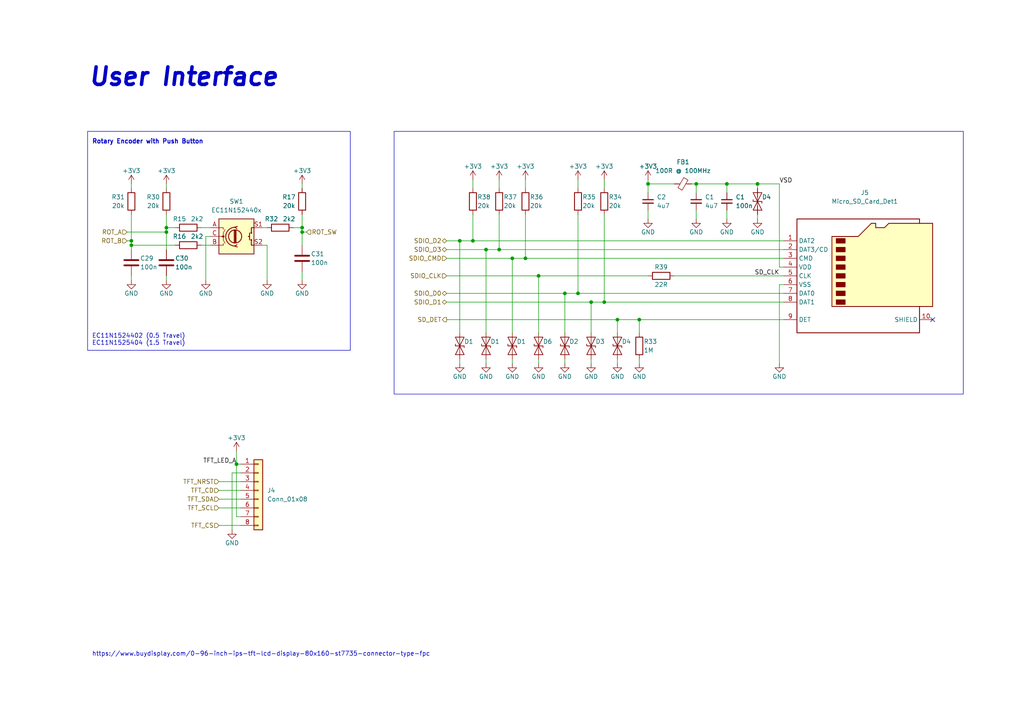
<source format=kicad_sch>
(kicad_sch (version 20230121) (generator eeschema)
  (paper "A4")
  (title_block (title "USBC-PowerSwitcher") (date "2023-08-26") (rev "R0") (company "s-grundner"))
  (lib_symbols
    (symbol "Connector:Micro_SD_Card_Det1"
      (property "Reference" "J" (at -16.51 17.78 0))
      (property "Value" "Micro_SD_Card_Det1" (at 16.51 17.78 0))
      (property "LCSC Part #" "C428492" (at 0 0 0))
      (symbol "Micro_SD_Card_Det1_0_1"
        (rectangle (start -7.62 -6.985) (end -5.08 -8.255) (stroke (width 0.254)) (fill (type outline)))
        (rectangle (start -7.62 -4.445) (end -5.08 -5.715) (stroke (width 0.254)) (fill (type outline)))
        (rectangle (start -7.62 -1.905) (end -5.08 -3.175) (stroke (width 0.254)) (fill (type outline)))
        (rectangle (start -7.62 0.635) (end -5.08 -0.635) (stroke (width 0.254)) (fill (type outline)))
        (rectangle (start -7.62 3.175) (end -5.08 1.905) (stroke (width 0.254)) (fill (type outline)))
        (rectangle (start -7.62 5.715) (end -5.08 4.445) (stroke (width 0.254)) (fill (type outline)))
        (rectangle (start -7.62 8.255) (end -5.08 6.985) (stroke (width 0.254)) (fill (type outline)))
        (rectangle (start -7.62 10.795) (end -5.08 9.525) (stroke (width 0.254)) (fill (type outline)))
        (polyline (pts (xy 16.51 15.24) (xy 16.51 16.51) (xy -19.05 16.51) (xy -19.05 -16.51) (xy 16.51 -16.51) (xy 16.51 -8.89)) (stroke (width 0.254)))
        (polyline (pts (xy -8.89 -8.89) (xy -8.89 11.43) (xy -1.27 11.43) (xy 2.54 15.24) (xy 3.81 15.24) (xy 3.81 13.97) (xy 6.35 13.97) (xy 7.62 15.24) (xy 20.32 15.24) (xy 20.32 -8.89) (xy -8.89 -8.89)) (stroke (width 0.254)) (fill (type background)))
      )
      (symbol "Micro_SD_Card_Det1_1_1"
        (pin bidirectional line (at -22.86 10.16 0) (length 3.81) (name "DAT2") (number "1"))
        (pin passive line (at 20.32 -12.7 180) (length 3.81) (name "SHIELD") (number "10"))
        (pin bidirectional line (at -22.86 7.62 0) (length 3.81) (name "DAT3/CD") (number "2"))
        (pin input line (at -22.86 5.08 0) (length 3.81) (name "CMD") (number "3"))
        (pin power_in line (at -22.86 2.54 0) (length 3.81) (name "VDD") (number "4"))
        (pin input line (at -22.86 0 0) (length 3.81) (name "CLK") (number "5"))
        (pin power_in line (at -22.86 -2.54 0) (length 3.81) (name "VSS") (number "6"))
        (pin bidirectional line (at -22.86 -5.08 0) (length 3.81) (name "DAT0") (number "7"))
        (pin bidirectional line (at -22.86 -7.62 0) (length 3.81) (name "DAT1") (number "8"))
        (pin passive line (at -22.86 -12.7 0) (length 3.81) (name "DET") (number "9"))
      )
    )
    (symbol "Connector_Generic:Conn_01x08" (pin_names (offset 1.016) hide)
      (property "Reference" "J" (at 0 10.16 0))
      (property "Value" "Conn_01x08" (at 0 -12.7 0))
      (symbol "Conn_01x08_1_1"
        (rectangle (start -1.27 -10.033) (end 0 -10.287) (stroke (width 0.1524)))
        (rectangle (start -1.27 -7.493) (end 0 -7.747) (stroke (width 0.1524)))
        (rectangle (start -1.27 -4.953) (end 0 -5.207) (stroke (width 0.1524)))
        (rectangle (start -1.27 -2.413) (end 0 -2.667) (stroke (width 0.1524)))
        (rectangle (start -1.27 0.127) (end 0 -0.127) (stroke (width 0.1524)))
        (rectangle (start -1.27 2.667) (end 0 2.413) (stroke (width 0.1524)))
        (rectangle (start -1.27 5.207) (end 0 4.953) (stroke (width 0.1524)))
        (rectangle (start -1.27 7.747) (end 0 7.493) (stroke (width 0.1524)))
        (rectangle (start -1.27 8.89) (end 1.27 -11.43) (stroke (width 0.254)) (fill (type background)))
        (pin passive line (at -5.08 7.62 0) (length 3.81) (name "Pin_1") (number "1"))
        (pin passive line (at -5.08 5.08 0) (length 3.81) (name "Pin_2") (number "2"))
        (pin passive line (at -5.08 2.54 0) (length 3.81) (name "Pin_3") (number "3"))
        (pin passive line (at -5.08 0 0) (length 3.81) (name "Pin_4") (number "4"))
        (pin passive line (at -5.08 -2.54 0) (length 3.81) (name "Pin_5") (number "5"))
        (pin passive line (at -5.08 -5.08 0) (length 3.81) (name "Pin_6") (number "6"))
        (pin passive line (at -5.08 -7.62 0) (length 3.81) (name "Pin_7") (number "7"))
        (pin passive line (at -5.08 -10.16 0) (length 3.81) (name "Pin_8") (number "8"))
      )
    )
    (symbol "Device:C" (pin_numbers hide) (pin_names (offset 0.254))
      (property "Reference" "C" (at 0.635 2.54 0))
      (property "Value" "C" (at 0.635 -2.54 0))
      (symbol "C_0_1"
        (polyline (pts (xy -2.032 -0.762) (xy 2.032 -0.762)) (stroke (width 0.508)))
        (polyline (pts (xy -2.032 0.762) (xy 2.032 0.762)) (stroke (width 0.508)))
      )
      (symbol "C_1_1"
        (pin passive line (at 0 3.81 270) (length 2.794) (name "~") (number "1"))
        (pin passive line (at 0 -3.81 90) (length 2.794) (name "~") (number "2"))
      )
    )
    (symbol "Device:C_Small" (pin_numbers hide) (pin_names (offset 0.254) hide)
      (property "Reference" "C" (at 0.254 1.778 0))
      (property "Value" "C_Small" (at 0.254 -2.032 0))
      (symbol "C_Small_0_1"
        (polyline (pts (xy -1.524 -0.508) (xy 1.524 -0.508)) (stroke (width 0.3302)))
        (polyline (pts (xy -1.524 0.508) (xy 1.524 0.508)) (stroke (width 0.3048)))
      )
      (symbol "C_Small_1_1"
        (pin passive line (at 0 2.54 270) (length 2.032) (name "~") (number "1"))
        (pin passive line (at 0 -2.54 90) (length 2.032) (name "~") (number "2"))
      )
    )
    (symbol "Device:FerriteBead_Small" (pin_numbers hide) (pin_names (offset 0))
      (property "Reference" "FB" (at 1.905 1.27 0))
      (property "Value" "FerriteBead_Small" (at 1.905 -1.27 0))
      (symbol "FerriteBead_Small_0_1"
        (polyline (pts (xy 0 -1.27) (xy 0 -0.7874)))
        (polyline (pts (xy 0 0.889) (xy 0 1.2954)))
        (polyline (pts (xy -1.8288 0.2794) (xy -1.1176 1.4986) (xy 1.8288 -0.2032) (xy 1.1176 -1.4224) (xy -1.8288 0.2794)))
      )
      (symbol "FerriteBead_Small_1_1"
        (pin passive line (at 0 2.54 270) (length 1.27) (name "~") (number "1"))
        (pin passive line (at 0 -2.54 90) (length 1.27) (name "~") (number "2"))
      )
    )
    (symbol "Device:R" (pin_numbers hide) (pin_names (offset 0))
      (property "Reference" "R" (at 2.032 0 90))
      (property "Value" "R" (at 0 0 90))
      (symbol "R_0_1"
        (rectangle (start -1.016 -2.54) (end 1.016 2.54) (stroke (width 0.254)))
      )
      (symbol "R_1_1"
        (pin passive line (at 0 3.81 270) (length 1.27) (name "~") (number "1"))
        (pin passive line (at 0 -3.81 90) (length 1.27) (name "~") (number "2"))
      )
    )
    (symbol "Device:RotaryEncoder_Switch" (pin_names (offset 0.254) hide)
      (property "Reference" "SW" (at 0 6.604 0))
      (property "Value" "RotaryEncoder_Switch" (at 0 -6.604 0))
      (symbol "RotaryEncoder_Switch_0_1"
        (rectangle (start -5.08 5.08) (end 5.08 -5.08) (stroke (width 0.254)) (fill (type background)))
        (circle (center -3.81 0) (radius 0.254) (fill (type outline)))
        (circle (center -0.381 0) (radius 1.905) (stroke (width 0.254)))
        (arc (start -0.381 2.667) (mid -3.0988 -0.0635) (end -0.381 -2.794) (stroke (width 0.254)))
        (polyline (pts (xy -0.635 -1.778) (xy -0.635 1.778)) (stroke (width 0.254)))
        (polyline (pts (xy -0.381 -1.778) (xy -0.381 1.778)) (stroke (width 0.254)))
        (polyline (pts (xy -0.127 1.778) (xy -0.127 -1.778)) (stroke (width 0.254)))
        (polyline (pts (xy 3.81 0) (xy 3.429 0)) (stroke (width 0.254)))
        (polyline (pts (xy 3.81 1.016) (xy 3.81 -1.016)) (stroke (width 0.254)))
        (polyline (pts (xy -5.08 -2.54) (xy -3.81 -2.54) (xy -3.81 -2.032)))
        (polyline (pts (xy -5.08 2.54) (xy -3.81 2.54) (xy -3.81 2.032)))
        (polyline (pts (xy 0.254 -3.048) (xy -0.508 -2.794) (xy 0.127 -2.413)) (stroke (width 0.254)))
        (polyline (pts (xy 0.254 2.921) (xy -0.508 2.667) (xy 0.127 2.286)) (stroke (width 0.254)))
        (polyline (pts (xy 5.08 -2.54) (xy 4.318 -2.54) (xy 4.318 -1.016)) (stroke (width 0.254)))
        (polyline (pts (xy 5.08 2.54) (xy 4.318 2.54) (xy 4.318 1.016)) (stroke (width 0.254)))
        (polyline (pts (xy -5.08 0) (xy -3.81 0) (xy -3.81 -1.016) (xy -3.302 -2.032)))
        (polyline (pts (xy -4.318 0) (xy -3.81 0) (xy -3.81 1.016) (xy -3.302 2.032)))
        (circle (center 4.318 -1.016) (radius 0.127) (stroke (width 0.254)))
        (circle (center 4.318 1.016) (radius 0.127) (stroke (width 0.254)))
      )
      (symbol "RotaryEncoder_Switch_1_1"
        (pin passive line (at -7.62 2.54 0) (length 2.54) (name "A") (number "A"))
        (pin passive line (at -7.62 -2.54 0) (length 2.54) (name "B") (number "B"))
        (pin passive line (at -7.62 0 0) (length 2.54) (name "C") (number "C"))
        (pin passive line (at 7.62 2.54 180) (length 2.54) (name "S1") (number "S1"))
        (pin passive line (at 7.62 -2.54 180) (length 2.54) (name "S2") (number "S2"))
      )
    )
    (symbol "Diode:ESD9B3.3ST5G" (pin_numbers hide) (pin_names (offset 1.016) hide)
      (property "Reference" "D" (at 0 2.54 0))
      (property "Value" "ESD9B3.3ST5G" (at 0 -2.54 0))
      (symbol "ESD9B3.3ST5G_0_1"
        (polyline (pts (xy 1.27 0) (xy -1.27 0)))
        (polyline (pts (xy -2.54 -1.27) (xy 0 0) (xy -2.54 1.27) (xy -2.54 -1.27)) (stroke (width 0.2032)))
        (polyline (pts (xy 0.508 1.27) (xy 0 1.27) (xy 0 -1.27) (xy -0.508 -1.27)) (stroke (width 0.2032)))
        (polyline (pts (xy 2.54 1.27) (xy 2.54 -1.27) (xy 0 0) (xy 2.54 1.27)) (stroke (width 0.2032)))
      )
      (symbol "ESD9B3.3ST5G_1_1"
        (pin passive line (at -3.81 0 0) (length 2.54) (name "A1") (number "1"))
        (pin passive line (at 3.81 0 180) (length 2.54) (name "A2") (number "2"))
      )
    )
    (symbol "power:+3V3" (power) (pin_names (offset 0))
      (property "Value" "+3V3" (at 0 3.556 0))
      (symbol "+3V3_0_1"
        (polyline (pts (xy -0.762 1.27) (xy 0 2.54)))
        (polyline (pts (xy 0 0) (xy 0 2.54)))
        (polyline (pts (xy 0 2.54) (xy 0.762 1.27)))
      )
      (symbol "+3V3_1_1"
        (pin power_in line (at 0 0 90) (length 0) hide (name "+3V3") (number "1"))
      )
    )
    (symbol "power:GND" (power) (pin_names (offset 0))
      (property "Value" "GND" (at 0 -3.81 0))
      (symbol "GND_0_1"
        (polyline (pts (xy 0 0) (xy 0 -1.27) (xy 1.27 -1.27) (xy 0 -2.54) (xy -1.27 -1.27) (xy 0 -1.27)))
      )
      (symbol "GND_1_1"
        (pin power_in line (at 0 0 270) (length 0) hide (name "GND") (number "1"))
      )
    )
  )
  (junction (at 152.4 74.93))
  (junction (at 187.96 53.34))
  (junction (at 87.63 66.04))
  (junction (at 140.97 72.39))
  (junction (at 210.82 53.34))
  (junction (at 38.1 71.12))
  (junction (at 219.71 53.34))
  (junction (at 175.26 87.63))
  (junction (at 38.1 69.85))
  (junction (at 137.16 69.85))
  (junction (at 179.07 92.71))
  (junction (at 48.26 66.04))
  (junction (at 87.63 67.31))
  (junction (at 163.83 85.09))
  (junction (at 171.45 87.63))
  (junction (at 48.26 67.31))
  (junction (at 144.78 72.39))
  (junction (at 167.64 85.09))
  (junction (at 148.59 74.93))
  (junction (at 185.42 92.71))
  (junction (at 156.21 80.01))
  (junction (at 68.58 134.62))
  (junction (at 133.35 69.85))
  (junction (at 201.93 53.34))
  (no_connect (at 270.51 92.71))
  (wire (pts (xy 219.71 63.5) (xy 219.71 62.23)))
  (wire (pts (xy 137.16 62.23) (xy 137.16 69.85)))
  (wire (pts (xy 185.42 92.71) (xy 185.42 96.52)))
  (wire (pts (xy 76.2 66.04) (xy 77.47 66.04)))
  (wire (pts (xy 179.07 105.41) (xy 179.07 104.14)))
  (wire (pts (xy 163.83 85.09) (xy 163.83 96.52)))
  (wire (pts (xy 167.64 62.23) (xy 167.64 85.09)))
  (wire (pts (xy 48.26 81.28) (xy 48.26 80.01)))
  (wire (pts (xy 129.54 72.39) (xy 140.97 72.39)))
  (wire (pts (xy 38.1 62.23) (xy 38.1 69.85)))
  (wire (pts (xy 48.26 66.04) (xy 50.8 66.04)))
  (wire (pts (xy 87.63 66.04) (xy 87.63 62.23)))
  (wire (pts (xy 175.26 62.23) (xy 175.26 87.63)))
  (wire (pts (xy 219.71 53.34) (xy 226.06 53.34)))
  (wire (pts (xy 87.63 67.31) (xy 87.63 71.12)))
  (wire (pts (xy 129.54 80.01) (xy 156.21 80.01)))
  (wire (pts (xy 210.82 53.34) (xy 210.82 55.88)))
  (wire (pts (xy 129.54 69.85) (xy 133.35 69.85)))
  (wire (pts (xy 187.96 60.96) (xy 187.96 63.5)))
  (wire (pts (xy 171.45 87.63) (xy 175.26 87.63)))
  (wire (pts (xy 227.33 82.55) (xy 226.06 82.55)))
  (wire (pts (xy 226.06 77.47) (xy 226.06 53.34)))
  (wire (pts (xy 69.85 149.86) (xy 68.58 149.86)))
  (wire (pts (xy 36.83 67.31) (xy 48.26 67.31)))
  (wire (pts (xy 69.85 137.16) (xy 67.31 137.16)))
  (wire (pts (xy 129.54 74.93) (xy 148.59 74.93)))
  (wire (pts (xy 38.1 71.12) (xy 50.8 71.12)))
  (wire (pts (xy 210.82 53.34) (xy 219.71 53.34)))
  (wire (pts (xy 167.64 85.09) (xy 227.33 85.09)))
  (wire (pts (xy 187.96 53.34) (xy 187.96 55.88)))
  (wire (pts (xy 148.59 74.93) (xy 148.59 96.52)))
  (wire (pts (xy 63.5 147.32) (xy 69.85 147.32)))
  (wire (pts (xy 63.5 144.78) (xy 69.85 144.78)))
  (wire (pts (xy 227.33 77.47) (xy 226.06 77.47)))
  (wire (pts (xy 129.54 87.63) (xy 171.45 87.63)))
  (wire (pts (xy 69.85 134.62) (xy 68.58 134.62)))
  (wire (pts (xy 140.97 72.39) (xy 144.78 72.39)))
  (wire (pts (xy 140.97 72.39) (xy 140.97 96.52)))
  (wire (pts (xy 59.69 68.58) (xy 59.69 81.28)))
  (wire (pts (xy 210.82 60.96) (xy 210.82 63.5)))
  (wire (pts (xy 48.26 53.34) (xy 48.26 54.61)))
  (wire (pts (xy 219.71 53.34) (xy 219.71 54.61)))
  (wire (pts (xy 77.47 81.28) (xy 77.47 71.12)))
  (wire (pts (xy 187.96 52.07) (xy 187.96 53.34)))
  (wire (pts (xy 129.54 85.09) (xy 163.83 85.09)))
  (wire (pts (xy 129.54 92.71) (xy 179.07 92.71)))
  (wire (pts (xy 156.21 80.01) (xy 187.96 80.01)))
  (wire (pts (xy 63.5 152.4) (xy 69.85 152.4)))
  (wire (pts (xy 167.64 52.07) (xy 167.64 54.61)))
  (wire (pts (xy 58.42 66.04) (xy 60.96 66.04)))
  (wire (pts (xy 226.06 82.55) (xy 226.06 105.41)))
  (wire (pts (xy 68.58 130.81) (xy 68.58 134.62)))
  (wire (pts (xy 201.93 55.88) (xy 201.93 53.34)))
  (wire (pts (xy 133.35 69.85) (xy 133.35 96.52)))
  (wire (pts (xy 140.97 105.41) (xy 140.97 104.14)))
  (wire (pts (xy 179.07 92.71) (xy 185.42 92.71)))
  (wire (pts (xy 68.58 149.86) (xy 68.58 134.62)))
  (wire (pts (xy 60.96 68.58) (xy 59.69 68.58)))
  (wire (pts (xy 133.35 105.41) (xy 133.35 104.14)))
  (wire (pts (xy 200.66 53.34) (xy 201.93 53.34)))
  (wire (pts (xy 58.42 71.12) (xy 60.96 71.12)))
  (wire (pts (xy 148.59 105.41) (xy 148.59 104.14)))
  (wire (pts (xy 67.31 137.16) (xy 67.31 153.67)))
  (wire (pts (xy 137.16 69.85) (xy 227.33 69.85)))
  (wire (pts (xy 87.63 81.28) (xy 87.63 78.74)))
  (wire (pts (xy 38.1 53.34) (xy 38.1 54.61)))
  (wire (pts (xy 163.83 85.09) (xy 167.64 85.09)))
  (wire (pts (xy 137.16 52.07) (xy 137.16 54.61)))
  (wire (pts (xy 171.45 105.41) (xy 171.45 104.14)))
  (wire (pts (xy 175.26 87.63) (xy 227.33 87.63)))
  (wire (pts (xy 175.26 52.07) (xy 175.26 54.61)))
  (wire (pts (xy 38.1 81.28) (xy 38.1 80.01)))
  (wire (pts (xy 156.21 80.01) (xy 156.21 96.52)))
  (wire (pts (xy 152.4 52.07) (xy 152.4 54.61)))
  (wire (pts (xy 187.96 53.34) (xy 195.58 53.34)))
  (wire (pts (xy 179.07 92.71) (xy 179.07 96.52)))
  (wire (pts (xy 185.42 105.41) (xy 185.42 104.14)))
  (wire (pts (xy 87.63 67.31) (xy 88.9 67.31)))
  (wire (pts (xy 63.5 139.7) (xy 69.85 139.7)))
  (wire (pts (xy 201.93 53.34) (xy 210.82 53.34)))
  (wire (pts (xy 63.5 142.24) (xy 69.85 142.24)))
  (wire (pts (xy 48.26 66.04) (xy 48.26 62.23)))
  (wire (pts (xy 148.59 74.93) (xy 152.4 74.93)))
  (wire (pts (xy 144.78 72.39) (xy 227.33 72.39)))
  (wire (pts (xy 185.42 92.71) (xy 227.33 92.71)))
  (wire (pts (xy 87.63 53.34) (xy 87.63 54.61)))
  (wire (pts (xy 144.78 52.07) (xy 144.78 54.61)))
  (wire (pts (xy 133.35 69.85) (xy 137.16 69.85)))
  (wire (pts (xy 48.26 66.04) (xy 48.26 67.31)))
  (wire (pts (xy 87.63 66.04) (xy 87.63 67.31)))
  (wire (pts (xy 152.4 62.23) (xy 152.4 74.93)))
  (wire (pts (xy 36.83 69.85) (xy 38.1 69.85)))
  (wire (pts (xy 156.21 105.41) (xy 156.21 104.14)))
  (wire (pts (xy 152.4 74.93) (xy 227.33 74.93)))
  (wire (pts (xy 163.83 105.41) (xy 163.83 104.14)))
  (wire (pts (xy 85.09 66.04) (xy 87.63 66.04)))
  (wire (pts (xy 38.1 71.12) (xy 38.1 72.39)))
  (wire (pts (xy 76.2 71.12) (xy 77.47 71.12)))
  (wire (pts (xy 195.58 80.01) (xy 227.33 80.01)))
  (wire (pts (xy 171.45 87.63) (xy 171.45 96.52)))
  (wire (pts (xy 144.78 62.23) (xy 144.78 72.39)))
  (wire (pts (xy 201.93 60.96) (xy 201.93 63.5)))
  (wire (pts (xy 48.26 67.31) (xy 48.26 72.39)))
  (wire (pts (xy 38.1 69.85) (xy 38.1 71.12)))
  (rectangle (start 25.4 38.1) (end 101.6 101.6))
  (rectangle (start 114.3 38.1) (end 279.4 114.3))
  (text "Rotary Encoder with Push Button" (at 26.67 41.91 0) (effects (font (size 1.27 1.27) bold) (justify left bottom)))
  (text "https://www.buydisplay.com/0-96-inch-ips-tft-lcd-display-80x160-st7735-connector-type-fpc" (at 26.67 190.5 0) (effects (font (size 1.27 1.27)) (justify left bottom)))
  (text "EC11N1524402 (0.5 Travel)\nEC11N1525404 (1.5 Travel)" (at 26.67 100.33 0) (effects (font (size 1.27 1.27)) (justify left bottom)))
  (text "User Interface" (at 25.4 25.4 0) (effects (font (size 5.08 5.08) (thickness 1.016) bold italic) (justify left bottom)))
  (label "SD_CLK" (at 226.06 80.01 180))
  (label "VSD" (at 226.06 53.34 0))
  (label "TFT_LED_A" (at 68.58 134.62 180))
  (hierarchical_label "SDIO_CMD" (shape input) (at 129.54 74.93 180))
  (hierarchical_label "SDIO_D2" (shape bidirectional) (at 129.54 69.85 180))
  (hierarchical_label "TFT_SDA" (shape input) (at 63.5 144.78 180))
  (hierarchical_label "TFT_SCL" (shape input) (at 63.5 147.32 180))
  (hierarchical_label "ROT_A" (shape input) (at 36.83 67.31 180))
  (hierarchical_label "ROT_SW" (shape input) (at 88.9 67.31 0))
  (hierarchical_label "SDIO_CLK" (shape input) (at 129.54 80.01 180))
  (hierarchical_label "SDIO_D1" (shape bidirectional) (at 129.54 87.63 180))
  (hierarchical_label "TFT_NRST" (shape input) (at 63.5 139.7 180))
  (hierarchical_label "TFT_CD" (shape input) (at 63.5 142.24 180))
  (hierarchical_label "TFT_CS" (shape input) (at 63.5 152.4 180))
  (hierarchical_label "SDIO_D0" (shape bidirectional) (at 129.54 85.09 180))
  (hierarchical_label "SD_DET" (shape output) (at 129.54 92.71 180))
  (hierarchical_label "SDIO_D3" (shape bidirectional) (at 129.54 72.39 180))
  (hierarchical_label "ROT_B" (shape input) (at 36.83 69.85 180))
  (symbol (lib_id "power:GND") (at 67.31 153.67 0) (unit 1)
    (property "Reference" "#PWR072" (effects hide))
    (property "Value" "GND" (at 67.31 157.48 0))
  )
  (symbol (lib_id "power:GND") (at 59.69 81.28 0) (unit 1)
    (property "Reference" "#PWR063" (effects hide))
    (property "Value" "GND" (at 59.69 85.09 0))
  )
  (symbol (lib_id "power:GND") (at 38.1 81.28 0) (unit 1)
    (property "Reference" "#PWR068" (effects hide))
    (property "Value" "GND" (at 38.1 85.09 0))
  )
  (symbol (lib_id "Device:R") (at 87.63 58.42 180) (unit 1)
    (property "Reference" "R17" (at 83.82 57.15 0))
    (property "Value" "20k" (at 83.82 59.69 0))
    (property "Footprint" "Resistor_SMD:R_0402_1005Metric" (effects hide))
    (property "LCSC #" "C25765" (effects hide))
  )
  (symbol (lib_id "power:+3V3") (at 167.64 52.07 0) (unit 1)
    (property "Reference" "#PWR01" (effects hide))
    (property "Value" "+3V3" (at 167.64 48.26 0))
    (instances (project "USBC-PowerSwitcher" (path "" (reference "#PWR01") (unit 1)) (path "" (reference "#PWR087") (unit 1))))
  )
  (symbol (lib_id "Diode:ESD9B3.3ST5G") (at 148.59 100.33 90) (unit 1)
    (property "Reference" "D1" (at 149.86 99.06 90) (effects (justify right)))
    (property "Value" "ESD9B3.3ST5G" (effects hide))
    (property "Footprint" "Diode_SMD:D_SOD-923" (effects hide))
    (property "Datasheet" "https://www.onsemi.com/pub/Collateral/ESD9B-D.PDF" (effects hide))
    (property "LCSC #" "C96512" (effects hide))
    (instances (project "USBC-PowerSwitcher" (path "" (reference "D1") (unit 1)) (path "" (reference "D13") (unit 1))))
  )
  (symbol (lib_id "Device:R") (at 54.61 66.04 90) (unit 1)
    (property "Reference" "R15" (at 52.07 63.5 90))
    (property "Value" "2k2" (at 57.15 63.5 90))
    (property "Footprint" "Resistor_SMD:R_0402_1005Metric" (effects hide))
    (property "LCSC #" "C25879" (effects hide))
  )
  (symbol (lib_id "Device:FerriteBead_Small") (at 198.12 53.34 90) (unit 1)
    (property "Reference" "FB1" (at 198.12 46.99 90))
    (property "Value" "100R @ 100MHz" (at 198.12 49.53 90))
    (property "Footprint" "Inductor_SMD:L_0805_2012Metric" (effects hide))
    (property "LCSC #" "C1015" (effects hide))
    (instances (project "USBC-PowerSwitcher" (path "" (reference "FB1") (unit 1)) (path "" (reference "FB3") (unit 1))))
  )
  (symbol (lib_id "Device:R") (at 167.64 58.42 180) (unit 1)
    (property "Reference" "R35" (at 168.91 57.15 0) (effects (justify right)))
    (property "Value" "20k" (at 168.91 59.69 0) (effects (justify right)))
    (property "Footprint" "Resistor_SMD:R_0402_1005Metric" (effects hide))
    (property "LCSC #" "C25765" (effects hide))
  )
  (symbol (lib_id "Device:R") (at 144.78 58.42 180) (unit 1)
    (property "Reference" "R37" (at 146.05 57.15 0) (effects (justify right)))
    (property "Value" "20k" (at 146.05 59.69 0) (effects (justify right)))
    (property "Footprint" "Resistor_SMD:R_0402_1005Metric" (effects hide))
    (property "LCSC #" "C25765" (effects hide))
  )
  (symbol (lib_id "Diode:ESD9B3.3ST5G") (at 171.45 100.33 90) (unit 1)
    (property "Reference" "D3" (at 172.72 99.06 90) (effects (justify right)))
    (property "Value" "ESD9B3.3ST5G" (effects hide))
    (property "Footprint" "Diode_SMD:D_SOD-923" (effects hide))
    (property "Datasheet" "https://www.onsemi.com/pub/Collateral/ESD9B-D.PDF" (effects hide))
    (property "LCSC #" "C96512" (effects hide))
    (instances (project "USBC-PowerSwitcher" (path "" (reference "D3") (unit 1)) (path "" (reference "D16") (unit 1))))
  )
  (symbol (lib_id "Diode:ESD9B3.3ST5G") (at 179.07 100.33 90) (unit 1)
    (property "Reference" "D4" (at 180.34 99.06 90) (effects (justify right)))
    (property "Value" "ESD9B3.3ST5G" (effects hide))
    (property "Footprint" "Diode_SMD:D_SOD-923" (effects hide))
    (property "Datasheet" "https://www.onsemi.com/pub/Collateral/ESD9B-D.PDF" (effects hide))
    (property "LCSC #" "C96512" (effects hide))
    (instances (project "USBC-PowerSwitcher" (path "" (reference "D4") (unit 1)) (path "" (reference "D17") (unit 1))))
  )
  (symbol (lib_id "power:GND") (at 179.07 105.41 0) (unit 1)
    (property "Reference" "#PWR05" (effects hide))
    (property "Value" "GND" (at 179.07 109.22 0))
    (instances (project "USBC-PowerSwitcher" (path "" (reference "#PWR05") (unit 1)) (path "" (reference "#PWR084") (unit 1))))
  )
  (symbol (lib_id "power:GND") (at 219.71 63.5 0) (unit 1)
    (property "Reference" "#PWR05" (effects hide))
    (property "Value" "GND" (at 219.71 67.31 0))
    (instances (project "USBC-PowerSwitcher" (path "" (reference "#PWR05") (unit 1)) (path "" (reference "#PWR077") (unit 1))))
  )
  (symbol (lib_id "power:GND") (at 140.97 105.41 0) (unit 1)
    (property "Reference" "#PWR05" (effects hide))
    (property "Value" "GND" (at 140.97 109.22 0))
    (instances (project "USBC-PowerSwitcher" (path "" (reference "#PWR05") (unit 1)) (path "" (reference "#PWR079") (unit 1))))
  )
  (symbol (lib_id "power:GND") (at 226.06 105.41 0) (unit 1)
    (property "Reference" "#PWR05" (effects hide))
    (property "Value" "GND" (at 226.06 109.22 0))
    (instances (project "USBC-PowerSwitcher" (path "" (reference "#PWR05") (unit 1)) (path "" (reference "#PWR091") (unit 1))))
  )
  (symbol (lib_id "power:+3V3") (at 38.1 53.34 0) (unit 1)
    (property "Reference" "#PWR067" (effects hide))
    (property "Value" "+3V3" (at 38.1 49.53 0))
  )
  (symbol (lib_id "power:GND") (at 210.82 63.5 0) (unit 1)
    (property "Reference" "#PWR05" (effects hide))
    (property "Value" "GND" (at 210.82 67.31 0))
    (instances (project "USBC-PowerSwitcher" (path "" (reference "#PWR05") (unit 1)) (path "" (reference "#PWR076") (unit 1))))
  )
  (symbol (lib_id "power:GND") (at 187.96 63.5 0) (unit 1)
    (property "Reference" "#PWR05" (effects hide))
    (property "Value" "GND" (at 187.96 67.31 0))
    (instances (project "USBC-PowerSwitcher" (path "" (reference "#PWR05") (unit 1)) (path "" (reference "#PWR074") (unit 1))))
  )
  (symbol (lib_id "Device:C") (at 38.1 76.2 0) (unit 1)
    (property "Reference" "C29" (at 40.64 74.93 0) (effects (justify left)))
    (property "Value" "100n" (at 40.64 77.47 0) (effects (justify left)))
    (property "Footprint" "Capacitor_SMD:C_0402_1005Metric" (effects hide))
    (property "LCSC #" "C307331" (effects hide))
  )
  (symbol (lib_id "Device:R") (at 175.26 58.42 180) (unit 1)
    (property "Reference" "R34" (at 176.53 57.15 0) (effects (justify right)))
    (property "Value" "20k" (at 176.53 59.69 0) (effects (justify right)))
    (property "Footprint" "Resistor_SMD:R_0402_1005Metric" (effects hide))
    (property "LCSC #" "C25765" (effects hide))
  )
  (symbol (lib_id "Device:R") (at 54.61 71.12 90) (unit 1)
    (property "Reference" "R16" (at 52.07 68.58 90))
    (property "Value" "2k2" (at 57.15 68.58 90))
    (property "Footprint" "Resistor_SMD:R_0402_1005Metric" (effects hide))
    (property "LCSC #" "C25879" (effects hide))
  )
  (symbol (lib_id "Device:R") (at 48.26 58.42 180) (unit 1)
    (property "Reference" "R30" (at 44.45 57.15 0))
    (property "Value" "20k" (at 44.45 59.69 0))
    (property "Footprint" "Resistor_SMD:R_0402_1005Metric" (effects hide))
    (property "LCSC #" "C25765" (effects hide))
  )
  (symbol (lib_id "Diode:ESD9B3.3ST5G") (at 156.21 100.33 90) (unit 1)
    (property "Reference" "D6" (at 157.48 99.06 90) (effects (justify right)))
    (property "Value" "ESD9B3.3ST5G" (effects hide))
    (property "Footprint" "Diode_SMD:D_SOD-923" (effects hide))
    (property "Datasheet" "https://www.onsemi.com/pub/Collateral/ESD9B-D.PDF" (effects hide))
    (property "LCSC #" "C96512" (effects hide))
    (instances (project "USBC-PowerSwitcher" (path "" (reference "D6") (unit 1)) (path "" (reference "D14") (unit 1))))
  )
  (symbol (lib_id "Device:R") (at 152.4 58.42 180) (unit 1)
    (property "Reference" "R36" (at 153.67 57.15 0) (effects (justify right)))
    (property "Value" "20k" (at 153.67 59.69 0) (effects (justify right)))
    (property "Footprint" "Resistor_SMD:R_0402_1005Metric" (effects hide))
    (property "LCSC #" "C25765" (effects hide))
  )
  (symbol (lib_id "power:+3V3") (at 187.96 52.07 0) (unit 1)
    (property "Reference" "#PWR01" (effects hide))
    (property "Value" "+3V3" (at 187.96 48.26 0))
    (instances (project "USBC-PowerSwitcher" (path "" (reference "#PWR01") (unit 1)) (path "" (reference "#PWR073") (unit 1))))
  )
  (symbol (lib_id "Device:C_Small") (at 201.93 58.42 0) (unit 1)
    (property "Reference" "C1" (at 204.47 57.1563 0) (effects (justify left)))
    (property "Value" "4u7" (at 204.47 59.6963 0) (effects (justify left)))
    (property "Footprint" "Capacitor_SMD:C_0805_2012Metric" (effects hide))
    (property "LCSC #" "C1779" (effects hide))
    (instances (project "USBC-PowerSwitcher" (path "" (reference "C1") (unit 1)) (path "" (reference "C33") (unit 1))))
  )
  (symbol (lib_id "power:+3V3") (at 48.26 53.34 0) (unit 1)
    (property "Reference" "#PWR066" (effects hide))
    (property "Value" "+3V3" (at 48.26 49.53 0))
  )
  (symbol (lib_id "Device:R") (at 185.42 100.33 0) (unit 1)
    (property "Reference" "R33" (at 186.69 99.06 0) (effects (justify left)))
    (property "Value" "1M" (at 186.69 101.6 0) (effects (justify left)))
    (property "Footprint" "Resistor_SMD:R_0402_1005Metric" (effects hide))
  )
  (symbol (lib_id "power:GND") (at 163.83 105.41 0) (unit 1)
    (property "Reference" "#PWR05" (effects hide))
    (property "Value" "GND" (at 163.83 109.22 0))
    (instances (project "USBC-PowerSwitcher" (path "" (reference "#PWR05") (unit 1)) (path "" (reference "#PWR082") (unit 1))))
  )
  (symbol (lib_id "Device:RotaryEncoder_Switch") (at 68.58 68.58 0) (unit 1)
    (property "Reference" "SW1" (at 68.58 58.42 0))
    (property "Value" "EC11N152440x" (at 68.58 60.96 0))
    (property "Footprint" "Rotary_Encoder:RotaryEncoder_Alps_EC11E-Switch_Vertical_H20mm" (effects hide))
    (property "Mouser #" "688-EC11N1524402" (effects hide))
  )
  (symbol (lib_id "Connector_Generic:Conn_01x08") (at 74.93 142.24 0) (unit 1)
    (property "Reference" "J4" (at 77.47 142.24 0) (effects (justify left)))
    (property "Value" "Conn_01x08" (at 77.47 144.78 0) (effects (justify left)))
  )
  (symbol (lib_id "Diode:ESD9B3.3ST5G") (at 133.35 100.33 90) (unit 1)
    (property "Reference" "D1" (at 134.62 99.06 90) (effects (justify right)))
    (property "Value" "ESD9B3.3ST5G" (effects hide))
    (property "Footprint" "Diode_SMD:D_SOD-923" (effects hide))
    (property "Datasheet" "https://www.onsemi.com/pub/Collateral/ESD9B-D.PDF" (effects hide))
    (property "LCSC #" "C96512" (effects hide))
    (instances (project "USBC-PowerSwitcher" (path "" (reference "D1") (unit 1)) (path "" (reference "D19") (unit 1))))
  )
  (symbol (lib_id "Diode:ESD9B3.3ST5G") (at 163.83 100.33 90) (unit 1)
    (property "Reference" "D2" (at 165.1 99.06 90) (effects (justify right)))
    (property "Value" "ESD9B3.3ST5G" (effects hide))
    (property "Footprint" "Diode_SMD:D_SOD-923" (effects hide))
    (property "Datasheet" "https://www.onsemi.com/pub/Collateral/ESD9B-D.PDF" (effects hide))
    (property "LCSC #" "C96512" (effects hide))
    (instances (project "USBC-PowerSwitcher" (path "" (reference "D2") (unit 1)) (path "" (reference "D15") (unit 1))))
  )
  (symbol (lib_id "power:GND") (at 87.63 81.28 0) (unit 1)
    (property "Reference" "#PWR070" (effects hide))
    (property "Value" "GND" (at 87.63 85.09 0))
  )
  (symbol (lib_id "Connector:Micro_SD_Card_Det1") (at 250.19 80.01 0) (unit 1)
    (property "Reference" "J5" (at 250.825 55.88 0))
    (property "Value" "Micro_SD_Card_Det1" (at 250.825 58.42 0))
    (property "Footprint" "SamacSys_Parts:503398-1892" (effects hide))
    (property "Datasheet" "https://datasheet.lcsc.com/lcsc/1912111437_MOLEX-5033981892_C428492.pdf" (effects hide))
    (property "LCSC #" "C428492" (effects hide))
  )
  (symbol (lib_id "power:GND") (at 133.35 105.41 0) (unit 1)
    (property "Reference" "#PWR05" (effects hide))
    (property "Value" "GND" (at 133.35 109.22 0))
    (instances (project "USBC-PowerSwitcher" (path "" (reference "#PWR05") (unit 1)) (path "" (reference "#PWR078") (unit 1))))
  )
  (symbol (lib_id "Device:C") (at 87.63 74.93 0) (unit 1)
    (property "Reference" "C31" (at 90.17 73.66 0) (effects (justify left)))
    (property "Value" "100n" (at 90.17 76.2 0) (effects (justify left)))
    (property "Footprint" "Capacitor_SMD:C_0402_1005Metric" (effects hide))
    (property "LCSC #" "C307331" (effects hide))
  )
  (symbol (lib_id "power:+3V3") (at 175.26 52.07 0) (unit 1)
    (property "Reference" "#PWR01" (effects hide))
    (property "Value" "+3V3" (at 175.26 48.26 0))
    (instances (project "USBC-PowerSwitcher" (path "" (reference "#PWR01") (unit 1)) (path "" (reference "#PWR086") (unit 1))))
  )
  (symbol (lib_id "power:+3V3") (at 137.16 52.07 0) (unit 1)
    (property "Reference" "#PWR01" (effects hide))
    (property "Value" "+3V3" (at 137.16 48.26 0))
    (instances (project "USBC-PowerSwitcher" (path "" (reference "#PWR01") (unit 1)) (path "" (reference "#PWR090") (unit 1))))
  )
  (symbol (lib_id "Device:R") (at 137.16 58.42 180) (unit 1)
    (property "Reference" "R38" (at 138.43 57.15 0) (effects (justify right)))
    (property "Value" "20k" (at 138.43 59.69 0) (effects (justify right)))
    (property "Footprint" "Resistor_SMD:R_0402_1005Metric" (effects hide))
    (property "LCSC #" "C25765" (effects hide))
  )
  (symbol (lib_id "power:GND") (at 156.21 105.41 0) (unit 1)
    (property "Reference" "#PWR05" (effects hide))
    (property "Value" "GND" (at 156.21 109.22 0))
    (instances (project "USBC-PowerSwitcher" (path "" (reference "#PWR05") (unit 1)) (path "" (reference "#PWR081") (unit 1))))
  )
  (symbol (lib_id "power:+3V3") (at 144.78 52.07 0) (unit 1)
    (property "Reference" "#PWR01" (effects hide))
    (property "Value" "+3V3" (at 144.78 48.26 0))
    (instances (project "USBC-PowerSwitcher" (path "" (reference "#PWR01") (unit 1)) (path "" (reference "#PWR089") (unit 1))))
  )
  (symbol (lib_id "power:GND") (at 185.42 105.41 0) (unit 1)
    (property "Reference" "#PWR05" (effects hide))
    (property "Value" "GND" (at 185.42 109.22 0))
    (instances (project "USBC-PowerSwitcher" (path "" (reference "#PWR05") (unit 1)) (path "" (reference "#PWR085") (unit 1))))
  )
  (symbol (lib_id "power:GND") (at 48.26 81.28 0) (unit 1)
    (property "Reference" "#PWR069" (effects hide))
    (property "Value" "GND" (at 48.26 85.09 0))
  )
  (symbol (lib_id "Device:R") (at 191.77 80.01 90) (unit 1)
    (property "Reference" "R39" (at 191.77 77.47 90))
    (property "Value" "22R" (at 191.77 82.55 90))
    (property "Footprint" "Resistor_SMD:R_0402_1005Metric" (effects hide))
    (property "LCSC #" "C25092" (effects hide))
  )
  (symbol (lib_id "Device:C_Small") (at 187.96 58.42 0) (unit 1)
    (property "Reference" "C2" (at 190.5 57.1563 0) (effects (justify left)))
    (property "Value" "4u7" (at 190.5 59.6963 0) (effects (justify left)))
    (property "Footprint" "Capacitor_SMD:C_0805_2012Metric" (effects hide))
    (property "LCSC #" "C1779" (effects hide))
    (instances (project "USBC-PowerSwitcher" (path "" (reference "C2") (unit 1)) (path "" (reference "C32") (unit 1))))
  )
  (symbol (lib_id "power:GND") (at 148.59 105.41 0) (unit 1)
    (property "Reference" "#PWR05" (effects hide))
    (property "Value" "GND" (at 148.59 109.22 0))
    (instances (project "USBC-PowerSwitcher" (path "" (reference "#PWR05") (unit 1)) (path "" (reference "#PWR080") (unit 1))))
  )
  (symbol (lib_id "Device:R") (at 38.1 58.42 180) (unit 1)
    (property "Reference" "R31" (at 34.29 57.15 0))
    (property "Value" "20k" (at 34.29 59.69 0))
    (property "Footprint" "Resistor_SMD:R_0402_1005Metric" (effects hide))
    (property "LCSC #" "C25765" (effects hide))
  )
  (symbol (lib_id "Diode:ESD9B3.3ST5G") (at 219.71 58.42 90) (unit 1)
    (property "Reference" "D4" (at 220.98 57.15 90) (effects (justify right)))
    (property "Value" "ESD9B3.3ST5G" (effects hide))
    (property "Footprint" "Diode_SMD:D_SOD-923" (effects hide))
    (property "Datasheet" "https://www.onsemi.com/pub/Collateral/ESD9B-D.PDF" (effects hide))
    (property "LCSC #" "C96512" (effects hide))
    (instances (project "USBC-PowerSwitcher" (path "" (reference "D4") (unit 1)) (path "" (reference "D20") (unit 1))))
  )
  (symbol (lib_id "power:+3V3") (at 152.4 52.07 0) (unit 1)
    (property "Reference" "#PWR01" (effects hide))
    (property "Value" "+3V3" (at 152.4 48.26 0))
    (instances (project "USBC-PowerSwitcher" (path "" (reference "#PWR01") (unit 1)) (path "" (reference "#PWR088") (unit 1))))
  )
  (symbol (lib_id "Device:R") (at 81.28 66.04 90) (unit 1)
    (property "Reference" "R32" (at 78.74 63.5 90))
    (property "Value" "2k2" (at 83.82 63.5 90))
    (property "Footprint" "Resistor_SMD:R_0402_1005Metric" (effects hide))
    (property "LCSC #" "C25879" (effects hide))
  )
  (symbol (lib_id "power:GND") (at 201.93 63.5 0) (unit 1)
    (property "Reference" "#PWR05" (effects hide))
    (property "Value" "GND" (at 201.93 67.31 0))
    (instances (project "USBC-PowerSwitcher" (path "" (reference "#PWR05") (unit 1)) (path "" (reference "#PWR075") (unit 1))))
  )
  (symbol (lib_id "power:GND") (at 77.47 81.28 0) (unit 1)
    (property "Reference" "#PWR064" (effects hide))
    (property "Value" "GND" (at 77.47 85.09 0))
  )
  (symbol (lib_id "power:GND") (at 171.45 105.41 0) (unit 1)
    (property "Reference" "#PWR05" (effects hide))
    (property "Value" "GND" (at 171.45 109.22 0))
    (instances (project "USBC-PowerSwitcher" (path "" (reference "#PWR05") (unit 1)) (path "" (reference "#PWR083") (unit 1))))
  )
  (symbol (lib_id "Diode:ESD9B3.3ST5G") (at 140.97 100.33 90) (unit 1)
    (property "Reference" "D1" (at 142.24 99.06 90) (effects (justify right)))
    (property "Value" "ESD9B3.3ST5G" (effects hide))
    (property "Footprint" "Diode_SMD:D_SOD-923" (effects hide))
    (property "Datasheet" "https://www.onsemi.com/pub/Collateral/ESD9B-D.PDF" (effects hide))
    (property "LCSC #" "C96512" (effects hide))
    (instances (project "USBC-PowerSwitcher" (path "" (reference "D1") (unit 1)) (path "" (reference "D18") (unit 1))))
  )
  (symbol (lib_id "Device:C_Small") (at 210.82 58.42 0) (unit 1)
    (property "Reference" "C1" (at 213.36 57.1563 0) (effects (justify left)))
    (property "Value" "100n" (at 213.36 59.6963 0) (effects (justify left)))
    (property "Footprint" "Capacitor_SMD:C_0402_1005Metric" (effects hide))
    (property "LCSC #" "C307331" (effects hide))
    (instances (project "USBC-PowerSwitcher" (path "" (reference "C1") (unit 1)) (path "" (reference "C34") (unit 1))))
  )
  (symbol (lib_id "Device:C") (at 48.26 76.2 0) (unit 1)
    (property "Reference" "C30" (at 50.8 74.93 0) (effects (justify left)))
    (property "Value" "100n" (at 50.8 77.47 0) (effects (justify left)))
    (property "Footprint" "Capacitor_SMD:C_0402_1005Metric" (effects hide))
    (property "LCSC #" "C307331" (effects hide))
  )
  (symbol (lib_id "power:+3V3") (at 87.63 53.34 0) (unit 1)
    (property "Reference" "#PWR065" (effects hide))
    (property "Value" "+3V3" (at 87.63 49.53 0))
  )
  (symbol (lib_id "power:+3V3") (at 68.58 130.81 0) (unit 1)
    (property "Reference" "#PWR071" (effects hide))
    (property "Value" "+3V3" (at 68.58 127 0))
  )
)
</source>
